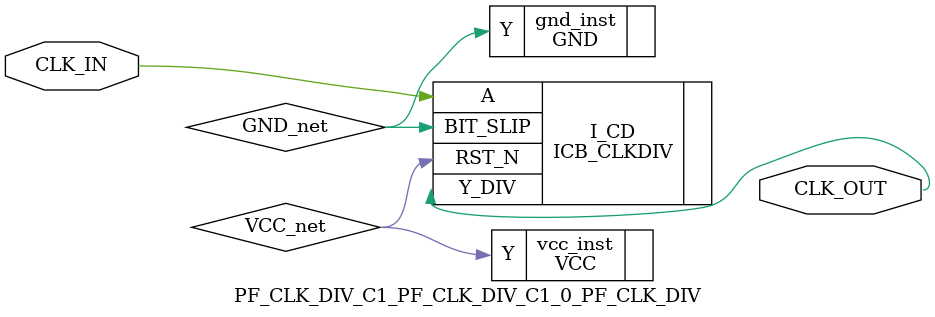
<source format=v>
`timescale 1 ns/100 ps


module PF_CLK_DIV_C1_PF_CLK_DIV_C1_0_PF_CLK_DIV(
       CLK_IN,
       CLK_OUT
    );
input  CLK_IN;
output CLK_OUT;

    wire GND_net, VCC_net;
    
    ICB_CLKDIV #( .DIVIDER(3'b100) )  I_CD (.RST_N(VCC_net), .BIT_SLIP(
        GND_net), .A(CLK_IN), .Y_DIV(CLK_OUT));
    VCC vcc_inst (.Y(VCC_net));
    GND gnd_inst (.Y(GND_net));
    
endmodule

</source>
